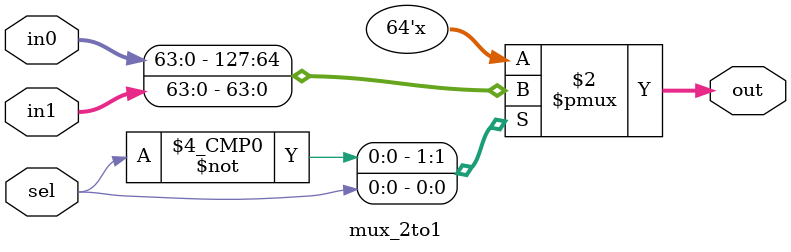
<source format=v>
`timescale 1ns / 1ps

module mux_2to1 (
    output reg [63:0] out,    // Output of the MUX (64-bit).
    input [63:0] in0,         // Input 0 to the MUX (64-bit).
    input [63:0] in1,         // Input 1 to the MUX (64-bit).
    input sel                 // Select signal for MUX.
);

    always @(*) begin
        case (sel)
            1'b0: out = in0; // Select Input 0.
            1'b1: out = in1; // Select Input 1.
            default: out = 64'd0; // Default case for safety.
        endcase
    end

endmodule

</source>
